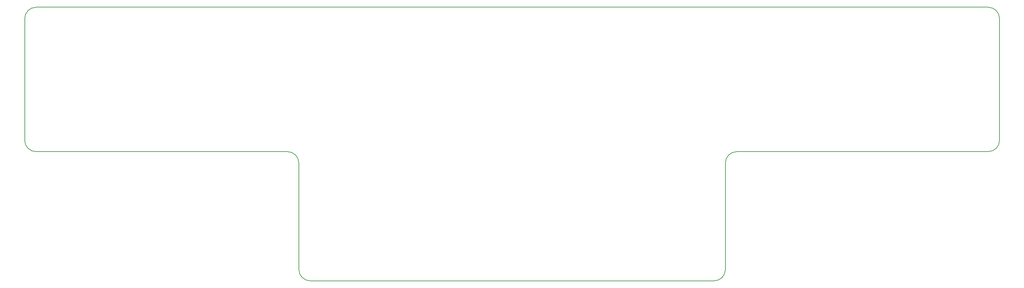
<source format=gbr>
%TF.GenerationSoftware,KiCad,Pcbnew,9.0.0*%
%TF.CreationDate,2025-04-19T19:47:05+02:00*%
%TF.ProjectId,pcb,7063622e-6b69-4636-9164-5f7063625858,v1.0.0*%
%TF.SameCoordinates,Original*%
%TF.FileFunction,Profile,NP*%
%FSLAX46Y46*%
G04 Gerber Fmt 4.6, Leading zero omitted, Abs format (unit mm)*
G04 Created by KiCad (PCBNEW 9.0.0) date 2025-04-19 19:47:05*
%MOMM*%
%LPD*%
G01*
G04 APERTURE LIST*
%TA.AperFunction,Profile*%
%ADD10C,0.150000*%
%TD*%
G04 APERTURE END LIST*
D10*
X89000000Y-107500000D02*
X89000000Y-75500000D01*
X92000000Y-72500000D02*
X342000000Y-72500000D01*
X345000000Y-75500000D02*
X345000000Y-107500000D01*
X342000000Y-110500000D02*
X276000000Y-110500000D01*
X273000000Y-113500000D02*
X273000000Y-141500000D01*
X270000000Y-144500000D02*
X164000000Y-144500000D01*
X161000000Y-141500000D02*
X161000000Y-113500000D01*
X158000000Y-110500000D02*
X92000000Y-110500000D01*
X89000000Y-75500000D02*
G75*
G02*
X92000000Y-72500000I3000000J0D01*
G01*
X342000000Y-72500000D02*
G75*
G02*
X345000000Y-75500000I0J-3000000D01*
G01*
X345000000Y-107500000D02*
G75*
G02*
X342000000Y-110500000I-3000000J0D01*
G01*
X273000000Y-113500000D02*
G75*
G02*
X276000000Y-110500000I3000000J0D01*
G01*
X273000000Y-141500000D02*
G75*
G02*
X270000000Y-144500000I-3000000J0D01*
G01*
X164000000Y-144500000D02*
G75*
G02*
X161000000Y-141500000I0J3000000D01*
G01*
X158000000Y-110500000D02*
G75*
G02*
X161000000Y-113500000I0J-3000000D01*
G01*
X92000000Y-110500000D02*
G75*
G02*
X89000000Y-107500000I0J3000000D01*
G01*
M02*

</source>
